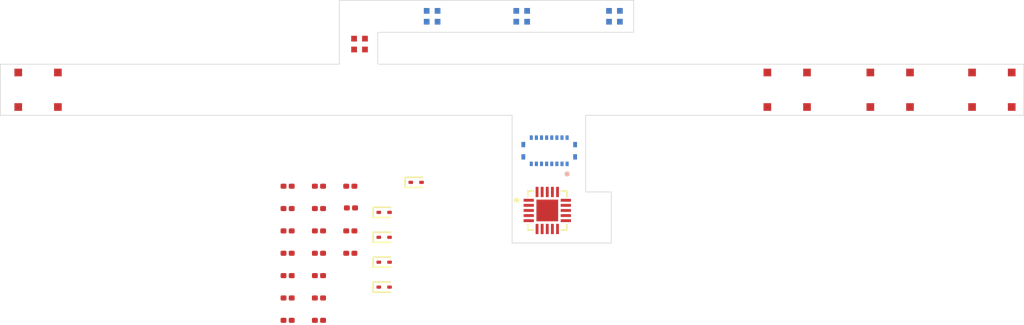
<source format=kicad_pcb>
(kicad_pcb (version 20240108) (generator "pcbnew") (generator_version "8.0")
  (layers (0 "F.Cu" signal) (31 "B.Cu" signal) (34 "B.Paste" user) (35 "F.Paste" user) (36 "B.SilkS" user "B.Silkscreen") (37 "F.SilkS" user "F.Silkscreen") (38 "B.Mask" user) (39 "F.Mask" user) (44 "Edge.Cuts" user))
  (net 0 "")
  (net 1 "GND")
  (net 2 "Net-(D2-A2)")
  (net 3 "Net-(D3-A2)")
  (net 4 "Net-(D4-A2)")
  (net 5 "Net-(D5-A2)")
  (net 6 "+3.3V")
  (net 7 "Net-(U1-IN)")
  (net 8 "Net-(U1-C_FILT)")
  (net 9 "Net-(D1-A2)")
  (net 10 "/LED_B")
  (net 11 "/LED_G")
  (net 12 "/LED_R")
  (net 13 "Net-(J1-Pad3)")
  (net 14 "/SDA")
  (net 15 "/SCL")
  (net 16 "Net-(J1-Pad2)")
  (net 17 "/SDB")
  (net 18 "+5V")
  (net 19 "Net-(J1-Pad4)")
  (net 20 "Net-(J1-Pad5)")
  (net 21 "Net-(J1-Pad1)")
  (net 22 "Net-(U1-R_EXT)")
  (net 23 "Net-(U1-CLK{slash}V_BM)")
  (net 26 "/LED2")
  (net 27 "/LED3")
  (net 28 "/LED1")
  (footprint "Capacitor_SMD:C_0201_0603Metric" (layer "F.Cu") (at 116.455 69.05)
    (property "Reference" "C3" (hide yes))
    (property "Value" "C" (hide yes))
    (pad "1" smd roundrect (at -0.32 0) (size 0.46 0.4) (layers "F.Cu" "F.Mask") (net 4 "Net-(D4-A2)"))
    (pad "2" smd roundrect (at 0.32 0) (size 0.46 0.4) (layers "F.Cu" "F.Mask") (net 1 "GND"))
  )
  (footprint "Capacitor_SMD:C_0201_0603Metric" (layer "F.Cu") (at 116.455 72.55)
    (property "Reference" "C5" (hide yes))
    (property "Value" "C" (hide yes))
    (pad "1" smd roundrect (at -0.32 0) (size 0.46 0.4) (layers "F.Cu" "F.Mask") (net 6 "+3.3V"))
    (pad "2" smd roundrect (at 0.32 0) (size 0.46 0.4) (layers "F.Cu" "F.Mask") (net 1 "GND"))
  )
  (footprint "Resistor_SMD:R_0201_0603Metric" (layer "F.Cu") (at 121.355 70.8)
    (property "Reference" "R8" (hide yes))
    (property "Value" "R" (hide yes))
    (pad "1" smd roundrect (at -0.32 0) (size 0.46 0.4) (layers "F.Cu" "F.Mask") (net 23 "Net-(U1-CLK{slash}V_BM)"))
    (pad "2" smd roundrect (at 0.32 0) (size 0.46 0.4) (layers "F.Cu" "F.Mask") (net 1 "GND"))
  )
  (footprint "Capacitor_SMD:C_0201_0603Metric" (layer "F.Cu") (at 116.455 76.05)
    (property "Reference" "C7" (hide yes))
    (property "Value" "C" (hide yes))
    (pad "1" smd roundrect (at -0.32 0) (size 0.46 0.4) (layers "F.Cu" "F.Mask") (net 1 "GND"))
    (pad "2" smd roundrect (at 0.32 0) (size 0.46 0.4) (layers "F.Cu" "F.Mask") (net 7 "Net-(U1-IN)"))
  )
  (footprint "Resistor_SMD:R_0201_0603Metric" (layer "F.Cu") (at 121.405 67.25)
    (property "Reference" "R6" (hide yes))
    (property "Value" "R" (hide yes))
    (pad "1" smd roundrect (at -0.32 0) (size 0.46 0.4) (layers "F.Cu" "F.Mask") (net 6 "+3.3V"))
    (pad "2" smd roundrect (at 0.32 0) (size 0.46 0.4) (layers "F.Cu" "F.Mask") (net 1 "GND"))
  )
  (footprint "Resistor_SMD:R_0201_0603Metric" (layer "F.Cu") (at 118.905 72.55)
    (property "Reference" "R2" (hide yes))
    (property "Value" "R" (hide yes))
    (pad "1" smd roundrect (at -0.32 0) (size 0.46 0.4) (layers "F.Cu" "F.Mask") (net 16 "Net-(J1-Pad2)"))
    (pad "2" smd roundrect (at 0.32 0) (size 0.46 0.4) (layers "F.Cu" "F.Mask") (net 2 "Net-(D2-A2)"))
  )
  (footprint "footprints:led_SML-LX0404SIUPGUSB" (layer "F.Cu") (at 122.075 54.425)
    (property "Reference" "D10" (hide yes))
    (property "Value" "Indicator LED" (hide yes))
    (pad "1" smd rect (at 0.425 -0.425 90) (size 0.45 0.45) (layers "F.Cu" "F.Paste" "F.Mask") (net 6 "+3.3V"))
    (pad "2" smd rect (at 0.425 0.425 90) (size 0.45 0.45) (layers "F.Cu" "F.Paste" "F.Mask") (net 12 "/LED_R"))
    (pad "3" smd rect (at -0.425 0.425 90) (size 0.45 0.45) (layers "F.Cu" "F.Paste" "F.Mask") (net 11 "/LED_G"))
    (pad "4" smd rect (at -0.425 -0.425 90) (size 0.45 0.45) (layers "F.Cu" "F.Paste" "F.Mask") (net 10 "/LED_B"))
  )
  (footprint "chip:QFN40P300X300X80-21N" (layer "F.Cu") (at 136.75 67.45)
    (property "Reference" "U1" (hide yes))
    (property "Value" "IS31FL3199-QFLS2-TR" (hide yes))
    (fp_line (start -1.53 -1.53) (end -1.1 -1.53) (stroke (width 0.127)) (layer "F.SilkS"))
    (fp_line (start -1.53 -1.1) (end -1.53 -1.53) (stroke (width 0.127)) (layer "F.SilkS"))
    (fp_line (start -1.53 1.1) (end -1.53 1.53) (stroke (width 0.127)) (layer "F.SilkS"))
    (fp_line (start -1.53 1.53) (end -1.1 1.53) (stroke (width 0.127)) (layer "F.SilkS"))
    (fp_line (start 1.1 -1.53) (end 1.53 -1.53) (stroke (width 0.127)) (layer "F.SilkS"))
    (fp_line (start 1.1 1.53) (end 1.53 1.53) (stroke (width 0.127)) (layer "F.SilkS"))
    (fp_line (start 1.53 -1.53) (end 1.53 -1.1) (stroke (width 0.127)) (layer "F.SilkS"))
    (fp_line (start 1.53 1.53) (end 1.53 1.1) (stroke (width 0.127)) (layer "F.SilkS"))
    (fp_circle (center -2.4 -0.8) (end -2.3 -0.8) (stroke (width 0.2)) (fill none) (layer "F.SilkS"))
    (pad "1" smd roundrect (at -1.45 -0.8) (size 0.8 0.22) (layers "F.Cu" "F.Paste" "F.Mask") (roundrect_rratio 0.01) (net 6 "+3.3V"))
    (pad "2" smd roundrect (at -1.45 -0.4) (size 0.8 0.22) (layers "F.Cu" "F.Paste" "F.Mask") (roundrect_rratio 0.01) (net 8 "Net-(U1-C_FILT)"))
    (pad "3" smd roundrect (at -1.45 0) (size 0.8 0.22) (layers "F.Cu" "F.Paste" "F.Mask") (roundrect_rratio 0.01) (net 28 "/LED1"))
    (pad "4" smd roundrect (at -1.45 0.4) (size 0.8 0.22) (layers "F.Cu" "F.Paste" "F.Mask") (roundrect_rratio 0.01) (net 26 "/LED2"))
    (pad "5" smd roundrect (at -1.45 0.8) (size 0.8 0.22) (layers "F.Cu" "F.Paste" "F.Mask") (roundrect_rratio 0.01) (net 27 "/LED3"))
    (pad "6" smd roundrect (at -0.8 1.45 90) (size 0.8 0.22) (layers "F.Cu" "F.Paste" "F.Mask") (roundrect_rratio 0.01) (net 12 "/LED_R"))
    (pad "7" smd roundrect (at -0.4 1.45 90) (size 0.8 0.22) (layers "F.Cu" "F.Paste" "F.Mask") (roundrect_rratio 0.01) (net 1 "GND"))
    (pad "8" smd roundrect (at 0 1.45 90) (size 0.8 0.22) (layers "F.Cu" "F.Paste" "F.Mask") (roundrect_rratio 0.01) (net 10 "/LED_B"))
    (pad "9" smd roundrect (at 0.4 1.45 90) (size 0.8 0.22) (layers "F.Cu" "F.Paste" "F.Mask") (roundrect_rratio 0.01) (net 11 "/LED_G"))
    (pad "10" smd roundrect (at 0.8 1.45 90) (size 0.8 0.22) (layers "F.Cu" "F.Paste" "F.Mask") (roundrect_rratio 0.01))
    (pad "11" smd roundrect (at 1.45 0.8 180) (size 0.8 0.22) (layers "F.Cu" "F.Paste" "F.Mask") (roundrect_rratio 0.01))
    (pad "12" smd roundrect (at 1.45 0.4 180) (size 0.8 0.22) (layers "F.Cu" "F.Paste" "F.Mask") (roundrect_rratio 0.01))
    (pad "13" smd roundrect (at 1.45 0 180) (size 0.8 0.22) (layers "F.Cu" "F.Paste" "F.Mask") (roundrect_rratio 0.01) (net 17 "/SDB"))
    (pad "14" smd roundrect (at 1.45 -0.4 180) (size 0.8 0.22) (layers "F.Cu" "F.Paste" "F.Mask") (roundrect_rratio 0.01))
    (pad "15" smd roundrect (at 1.45 -0.8 180) (size 0.8 0.22) (layers "F.Cu" "F.Paste" "F.Mask") (roundrect_rratio 0.01) (net 22 "Net-(U1-R_EXT)"))
    (pad "16" smd roundrect (at 0.8 -1.45 270) (size 0.8 0.22) (layers "F.Cu" "F.Paste" "F.Mask") (roundrect_rratio 0.01) (net 1 "GND"))
    (pad "17" smd roundrect (at 0.4 -1.45 270) (size 0.8 0.22) (layers "F.Cu" "F.Paste" "F.Mask") (roundrect_rratio 0.01) (net 7 "Net-(U1-IN)"))
    (pad "18" smd roundrect (at 0 -1.45 270) (size 0.8 0.22) (layers "F.Cu" "F.Paste" "F.Mask") (roundrect_rratio 0.01) (net 15 "/SCL"))
    (pad "19" smd roundrect (at -0.4 -1.45 270) (size 0.8 0.22) (layers "F.Cu" "F.Paste" "F.Mask") (roundrect_rratio 0.01) (net 14 "/SDA"))
    (pad "20" smd roundrect (at -0.8 -1.45 270) (size 0.8 0.22) (layers "F.Cu" "F.Paste" "F.Mask") (roundrect_rratio 0.01) (net 23 "Net-(U1-CLK{slash}V_BM)"))
    (pad "21" smd rect (at 0 0 270) (size 1.7 1.7) (layers "F.Cu" "F.Mask") (net 1 "GND"))
  )
  (footprint "button-TL3315NF250Q:SW_TL3315NF250Q" (layer "F.Cu") (at 163.55 58)
    (property "Reference" "SW2" (hide yes))
    (property "Value" "DOWN" (hide yes))
    (pad "1" smd rect (at -1.55 -1.35) (size 0.6 0.6) (layers "F.Cu") (net 9 "Net-(D1-A2)"))
    (pad "2" smd rect (at 1.55 -1.35) (size 0.6 0.6) (layers "F.Cu") (net 4 "Net-(D4-A2)"))
    (pad "3" smd rect (at -1.55 1.35) (size 0.6 0.6) (layers "F.Cu"))
    (pad "4" smd rect (at 1.55 1.35) (size 0.6 0.6) (layers "F.Cu"))
  )
  (footprint "Capacitor_SMD:C_0201_0603Metric" (layer "F.Cu") (at 116.455 67.3)
    (property "Reference" "C2" (hide yes))
    (property "Value" "C" (hide yes))
    (pad "1" smd roundrect (at -0.32 0) (size 0.46 0.4) (layers "F.Cu" "F.Mask") (net 3 "Net-(D3-A2)"))
    (pad "2" smd roundrect (at 0.32 0) (size 0.46 0.4) (layers "F.Cu" "F.Mask") (net 1 "GND"))
  )
  (footprint "Resistor_SMD:R_0201_0603Metric" (layer "F.Cu") (at 118.905 70.8)
    (property "Reference" "R1" (hide yes))
    (property "Value" "R" (hide yes))
    (pad "1" smd roundrect (at -0.32 0) (size 0.46 0.4) (layers "F.Cu" "F.Mask") (net 9 "Net-(D1-A2)"))
    (pad "2" smd roundrect (at 0.32 0) (size 0.46 0.4) (layers "F.Cu" "F.Mask") (net 20 "Net-(J1-Pad5)"))
  )
  (footprint "button-TL3315NF250Q:SW_TL3315NF250Q" (layer "F.Cu") (at 155.5 58)
    (property "Reference" "SW3" (hide yes))
    (property "Value" "UP" (hide yes))
    (pad "1" smd rect (at -1.55 -1.35) (size 0.6 0.6) (layers "F.Cu") (net 9 "Net-(D1-A2)"))
    (pad "2" smd rect (at 1.55 -1.35) (size 0.6 0.6) (layers "F.Cu") (net 2 "Net-(D2-A2)"))
    (pad "3" smd rect (at -1.55 1.35) (size 0.6 0.6) (layers "F.Cu"))
    (pad "4" smd rect (at 1.55 1.35) (size 0.6 0.6) (layers "F.Cu"))
  )
  (footprint "Diode_SMD:D_SOD-923" (layer "F.Cu") (at 126.5 65.25)
    (property "Reference" "D1" (hide yes))
    (property "Value" "ESD9B3.3ST5G" (hide yes))
    (fp_line (start -0.86 -0.4) (end -0.86 0.4) (stroke (width 0.12)) (layer "F.SilkS"))
    (fp_line (start 0.5 -0.4) (end -0.86 -0.4) (stroke (width 0.12)) (layer "F.SilkS"))
    (fp_line (start 0.5 0.4) (end -0.86 0.4) (stroke (width 0.12)) (layer "F.SilkS"))
    (pad "1" smd roundrect (at -0.42 0 180) (size 0.36 0.25) (layers "F.Cu" "F.Paste" "F.Mask") (net 1 "GND"))
    (pad "2" smd roundrect (at 0.42 0 180) (size 0.36 0.25) (layers "F.Cu" "F.Paste" "F.Mask") (net 9 "Net-(D1-A2)"))
  )
  (footprint "Diode_SMD:D_SOD-923" (layer "F.Cu") (at 124 73.45)
    (property "Reference" "D5" (hide yes))
    (property "Value" "ESD9B3.3ST5G" (hide yes))
    (fp_line (start -0.86 -0.4) (end -0.86 0.4) (stroke (width 0.12)) (layer "F.SilkS"))
    (fp_line (start 0.5 -0.4) (end -0.86 -0.4) (stroke (width 0.12)) (layer "F.SilkS"))
    (fp_line (start 0.5 0.4) (end -0.86 0.4) (stroke (width 0.12)) (layer "F.SilkS"))
    (pad "1" smd roundrect (at -0.42 0 180) (size 0.36 0.25) (layers "F.Cu" "F.Paste" "F.Mask") (net 1 "GND"))
    (pad "2" smd roundrect (at 0.42 0 180) (size 0.36 0.25) (layers "F.Cu" "F.Paste" "F.Mask") (net 5 "Net-(D5-A2)"))
  )
  (footprint "Diode_SMD:D_SOD-923" (layer "F.Cu") (at 124 71.5)
    (property "Reference" "D4" (hide yes))
    (property "Value" "ESD9B3.3ST5G" (hide yes))
    (fp_line (start -0.86 -0.4) (end -0.86 0.4) (stroke (width 0.12)) (layer "F.SilkS"))
    (fp_line (start 0.5 -0.4) (end -0.86 -0.4) (stroke (width 0.12)) (layer "F.SilkS"))
    (fp_line (start 0.5 0.4) (end -0.86 0.4) (stroke (width 0.12)) (layer "F.SilkS"))
    (pad "1" smd roundrect (at -0.42 0 180) (size 0.36 0.25) (layers "F.Cu" "F.Paste" "F.Mask") (net 1 "GND"))
    (pad "2" smd roundrect (at 0.42 0 180) (size 0.36 0.25) (layers "F.Cu" "F.Paste" "F.Mask") (net 4 "Net-(D4-A2)"))
  )
  (footprint "Capacitor_SMD:C_0201_0603Metric" (layer "F.Cu") (at 116.455 65.55)
    (property "Reference" "C1" (hide yes))
    (property "Value" "C" (hide yes))
    (pad "1" smd roundrect (at -0.32 0) (size 0.46 0.4) (layers "F.Cu" "F.Mask") (net 2 "Net-(D2-A2)"))
    (pad "2" smd roundrect (at 0.32 0) (size 0.46 0.4) (layers "F.Cu" "F.Mask") (net 1 "GND"))
  )
  (footprint "Capacitor_SMD:C_0201_0603Metric" (layer "F.Cu") (at 116.455 70.8)
    (property "Reference" "C4" (hide yes))
    (property "Value" "C" (hide yes))
    (pad "1" smd roundrect (at -0.32 0) (size 0.46 0.4) (layers "F.Cu" "F.Mask") (net 5 "Net-(D5-A2)"))
    (pad "2" smd roundrect (at 0.32 0) (size 0.46 0.4) (layers "F.Cu" "F.Mask") (net 1 "GND"))
  )
  (footprint "button-TL3315NF250Q:SW_TL3315NF250Q" (layer "F.Cu") (at 171.5 58)
    (property "Reference" "SW1" (hide yes))
    (property "Value" "Select" (hide yes))
    (pad "1" smd rect (at -1.55 -1.35) (size 0.6 0.6) (layers "F.Cu") (net 9 "Net-(D1-A2)"))
    (pad "2" smd rect (at 1.55 -1.35) (size 0.6 0.6) (layers "F.Cu") (net 3 "Net-(D3-A2)"))
    (pad "3" smd rect (at -1.55 1.35) (size 0.6 0.6) (layers "F.Cu"))
    (pad "4" smd rect (at 1.55 1.35) (size 0.6 0.6) (layers "F.Cu"))
  )
  (footprint "Capacitor_SMD:C_0201_0603Metric" (layer "F.Cu") (at 116.455 74.3)
    (property "Reference" "C6" (hide yes))
    (property "Value" "C" (hide yes))
    (pad "1" smd roundrect (at -0.32 0) (size 0.46 0.4) (layers "F.Cu" "F.Mask") (net 1 "GND"))
    (pad "2" smd roundrect (at 0.32 0) (size 0.46 0.4) (layers "F.Cu" "F.Mask") (net 6 "+3.3V"))
  )
  (footprint "Resistor_SMD:R_0201_0603Metric" (layer "F.Cu") (at 118.905 76.05)
    (property "Reference" "R4" (hide yes))
    (property "Value" "R" (hide yes))
    (pad "1" smd roundrect (at -0.32 0) (size 0.46 0.4) (layers "F.Cu" "F.Mask") (net 13 "Net-(J1-Pad3)"))
    (pad "2" smd roundrect (at 0.32 0) (size 0.46 0.4) (layers "F.Cu" "F.Mask") (net 4 "Net-(D4-A2)"))
  )
  (footprint "Resistor_SMD:R_0201_0603Metric" (layer "F.Cu") (at 121.355 69.05)
    (property "Reference" "R7" (hide yes))
    (property "Value" "R" (hide yes))
    (pad "1" smd roundrect (at -0.32 0) (size 0.46 0.4) (layers "F.Cu" "F.Mask") (net 1 "GND"))
    (pad "2" smd roundrect (at 0.32 0) (size 0.46 0.4) (layers "F.Cu" "F.Mask") (net 22 "Net-(U1-R_EXT)"))
  )
  (footprint "Capacitor_SMD:C_0201_0603Metric" (layer "F.Cu") (at 118.905 69.05)
    (property "Reference" "C11" (hide yes))
    (property "Value" "C" (hide yes))
    (pad "1" smd roundrect (at -0.32 0) (size 0.46 0.4) (layers "F.Cu" "F.Mask") (net 6 "+3.3V"))
    (pad "2" smd roundrect (at 0.32 0) (size 0.46 0.4) (layers "F.Cu" "F.Mask") (net 1 "GND"))
  )
  (footprint "Resistor_SMD:R_0201_0603Metric" (layer "F.Cu") (at 118.905 74.3)
    (property "Reference" "R3" (hide yes))
    (property "Value" "R" (hide yes))
    (pad "1" smd roundrect (at -0.32 0) (size 0.46 0.4) (layers "F.Cu" "F.Mask") (net 21 "Net-(J1-Pad1)"))
    (pad "2" smd roundrect (at 0.32 0) (size 0.46 0.4) (layers "F.Cu" "F.Mask") (net 3 "Net-(D3-A2)"))
  )
  (footprint "Diode_SMD:D_SOD-923" (layer "F.Cu") (at 124 69.55)
    (property "Reference" "D3" (hide yes))
    (property "Value" "ESD9B3.3ST5G" (hide yes))
    (fp_line (start -0.86 -0.4) (end -0.86 0.4) (stroke (width 0.12)) (layer "F.SilkS"))
    (fp_line (start 0.5 -0.4) (end -0.86 -0.4) (stroke (width 0.12)) (layer "F.SilkS"))
    (fp_line (start 0.5 0.4) (end -0.86 0.4) (stroke (width 0.12)) (layer "F.SilkS"))
    (pad "1" smd roundrect (at -0.42 0 180) (size 0.36 0.25) (layers "F.Cu" "F.Paste" "F.Mask") (net 1 "GND"))
    (pad "2" smd roundrect (at 0.42 0 180) (size 0.36 0.25) (layers "F.Cu" "F.Paste" "F.Mask") (net 3 "Net-(D3-A2)"))
  )
  (footprint "Capacitor_SMD:C_0201_0603Metric" (layer "F.Cu") (at 118.905 67.3)
    (property "Reference" "C10" (hide yes))
    (property "Value" "C" (hide yes))
    (pad "1" smd roundrect (at -0.32 0) (size 0.46 0.4) (layers "F.Cu" "F.Mask") (net 6 "+3.3V"))
    (pad "2" smd roundrect (at 0.32 0) (size 0.46 0.4) (layers "F.Cu" "F.Mask") (net 1 "GND"))
  )
  (footprint "Diode_SMD:D_SOD-923" (layer "F.Cu") (at 124 67.6)
    (property "Reference" "D2" (hide yes))
    (property "Value" "ESD9B3.3ST5G" (hide yes))
    (fp_line (start -0.86 -0.4) (end -0.86 0.4) (stroke (width 0.12)) (layer "F.SilkS"))
    (fp_line (start 0.5 -0.4) (end -0.86 -0.4) (stroke (width 0.12)) (layer "F.SilkS"))
    (fp_line (start 0.5 0.4) (end -0.86 0.4) (stroke (width 0.12)) (layer "F.SilkS"))
    (pad "1" smd roundrect (at -0.42 0 180) (size 0.36 0.25) (layers "F.Cu" "F.Paste" "F.Mask") (net 1 "GND"))
    (pad "2" smd roundrect (at 0.42 0 180) (size 0.36 0.25) (layers "F.Cu" "F.Paste" "F.Mask") (net 2 "Net-(D2-A2)"))
  )
  (footprint "button-TL3315NF250Q:SW_TL3315NF250Q" (layer "F.Cu") (at 96.95 58)
    (property "Reference" "SW4" (hide yes))
    (property "Value" "BACK" (hide yes))
    (pad "1" smd rect (at -1.55 -1.35) (size 0.6 0.6) (layers "F.Cu") (net 9 "Net-(D1-A2)"))
    (pad "2" smd rect (at 1.55 -1.35) (size 0.6 0.6) (layers "F.Cu") (net 5 "Net-(D5-A2)"))
    (pad "3" smd rect (at -1.55 1.35) (size 0.6 0.6) (layers "F.Cu"))
    (pad "4" smd rect (at 1.55 1.35) (size 0.6 0.6) (layers "F.Cu"))
  )
  (footprint "Capacitor_SMD:C_0201_0603Metric" (layer "F.Cu") (at 118.905 65.55)
    (property "Reference" "C9" (hide yes))
    (property "Value" "C" (hide yes))
    (pad "1" smd roundrect (at -0.32 0) (size 0.46 0.4) (layers "F.Cu" "F.Mask") (net 8 "Net-(U1-C_FILT)"))
    (pad "2" smd roundrect (at 0.32 0) (size 0.46 0.4) (layers "F.Cu" "F.Mask") (net 1 "GND"))
  )
  (footprint "Resistor_SMD:R_0201_0603Metric" (layer "F.Cu") (at 121.355 65.55)
    (property "Reference" "R5" (hide yes))
    (property "Value" "R" (hide yes))
    (pad "1" smd roundrect (at -0.32 0) (size 0.46 0.4) (layers "F.Cu" "F.Mask") (net 19 "Net-(J1-Pad4)"))
    (pad "2" smd roundrect (at 0.32 0) (size 0.46 0.4) (layers "F.Cu" "F.Mask") (net 5 "Net-(D5-A2)"))
  )
  (footprint "molex:MOLEX_505551-1620" (layer "B.Cu") (at 136.9 62.775 180)
    (property "Reference" "J1" (hide yes))
    (property "Value" "505551-1620" (hide yes))
    (fp_circle (center -1.4 -1.819) (end -1.3 -1.819) (stroke (width 0.2)) (fill none) (layer "B.SilkS"))
    (pad "1" smd rect (at -1.4 -1.025 180) (size 0.24 0.35) (layers "B.Cu" "B.Paste") (net 21 "Net-(J1-Pad1)"))
    (pad "2" smd rect (at -1.4 1.025 180) (size 0.24 0.35) (layers "B.Cu" "B.Paste") (net 16 "Net-(J1-Pad2)"))
    (pad "3" smd rect (at -1 -1.025 180) (size 0.24 0.35) (layers "B.Cu" "B.Paste") (net 13 "Net-(J1-Pad3)"))
    (pad "4" smd rect (at -1 1.025 180) (size 0.24 0.35) (layers "B.Cu" "B.Paste") (net 19 "Net-(J1-Pad4)"))
    (pad "5" smd rect (at -0.6 -1.025 180) (size 0.24 0.35) (layers "B.Cu" "B.Paste") (net 20 "Net-(J1-Pad5)"))
    (pad "6" smd rect (at -0.6 1.025 180) (size 0.24 0.35) (layers "B.Cu" "B.Paste") (net 15 "/SCL"))
    (pad "7" smd rect (at -0.2 -1.025 180) (size 0.24 0.35) (layers "B.Cu" "B.Paste") (net 17 "/SDB"))
    (pad "8" smd rect (at -0.2 1.025 180) (size 0.24 0.35) (layers "B.Cu" "B.Paste") (net 14 "/SDA"))
    (pad "9" smd rect (at 0.2 -1.025 180) (size 0.24 0.35) (layers "B.Cu" "B.Paste") (net 6 "+3.3V"))
    (pad "10" smd rect (at 0.2 1.025 180) (size 0.24 0.35) (layers "B.Cu" "B.Paste") (net 1 "GND"))
    (pad "11" smd rect (at 0.6 -1.025 180) (size 0.24 0.35) (layers "B.Cu" "B.Paste") (net 6 "+3.3V"))
    (pad "12" smd rect (at 0.6 1.025 180) (size 0.24 0.35) (layers "B.Cu" "B.Paste") (net 1 "GND"))
    (pad "13" smd rect (at 1 -1.025 180) (size 0.24 0.35) (layers "B.Cu" "B.Paste") (net 18 "+5V"))
    (pad "14" smd rect (at 1 1.025 180) (size 0.24 0.35) (layers "B.Cu" "B.Paste") (net 1 "GND"))
    (pad "15" smd rect (at 1.4 -1.025 180) (size 0.24 0.35) (layers "B.Cu" "B.Paste") (net 18 "+5V"))
    (pad "16" smd rect (at 1.4 1.025 180) (size 0.24 0.35) (layers "B.Cu" "B.Paste") (net 1 "GND"))
    (pad "S1" smd rect (at -2.025 -0.48 180) (size 0.3 0.42) (layers "B.Cu" "B.Paste" "B.Mask") (net 1 "GND"))
    (pad "S2" smd rect (at 2.025 -0.48 180) (size 0.3 0.42) (layers "B.Cu" "B.Paste" "B.Mask") (net 1 "GND"))
    (pad "S3" smd rect (at -2.025 0.48 180) (size 0.3 0.42) (layers "B.Cu" "B.Paste" "B.Mask") (net 1 "GND"))
    (pad "S4" smd rect (at 2.025 0.48 180) (size 0.3 0.42) (layers "B.Cu" "B.Paste" "B.Mask") (net 1 "GND"))
  )
  (footprint "footprints:led_SML-LX0404SIUPGUSB" (layer "B.Cu") (at 142 52.25 180)
    (property "Reference" "D8" (hide yes))
    (property "Value" "LED" (hide yes))
    (pad "1" smd rect (at 0.425 0.425 90) (size 0.45 0.45) (layers "B.Cu" "B.Paste" "B.Mask") (net 28 "/LED1"))
    (pad "2" smd rect (at 0.425 -0.425 90) (size 0.45 0.45) (layers "B.Cu" "B.Paste" "B.Mask") (net 6 "+3.3V"))
    (pad "3" smd rect (at -0.425 -0.425 90) (size 0.45 0.45) (layers "B.Cu" "B.Paste" "B.Mask"))
    (pad "4" smd rect (at -0.425 0.425 90) (size 0.45 0.45) (layers "B.Cu" "B.Paste" "B.Mask"))
  )
  (footprint "footprints:led_SML-LX0404SIUPGUSB" (layer "B.Cu") (at 127.75 52.25 180)
    (property "Reference" "D6" (hide yes))
    (property "Value" "LED" (hide yes))
    (pad "1" smd rect (at 0.425 0.425 90) (size 0.45 0.45) (layers "B.Cu" "B.Paste" "B.Mask") (net 27 "/LED3"))
    (pad "2" smd rect (at 0.425 -0.425 90) (size 0.45 0.45) (layers "B.Cu" "B.Paste" "B.Mask") (net 6 "+3.3V"))
    (pad "3" smd rect (at -0.425 -0.425 90) (size 0.45 0.45) (layers "B.Cu" "B.Paste" "B.Mask"))
    (pad "4" smd rect (at -0.425 0.425 90) (size 0.45 0.45) (layers "B.Cu" "B.Paste" "B.Mask"))
  )
  (footprint "footprints:led_SML-LX0404SIUPGUSB" (layer "B.Cu") (at 134.75 52.25 180)
    (property "Reference" "D7" (hide yes))
    (property "Value" "LED" (hide yes))
    (pad "1" smd rect (at 0.425 0.425 90) (size 0.45 0.45) (layers "B.Cu" "B.Paste" "B.Mask") (net 26 "/LED2"))
    (pad "2" smd rect (at 0.425 -0.425 90) (size 0.45 0.45) (layers "B.Cu" "B.Paste" "B.Mask") (net 6 "+3.3V"))
    (pad "3" smd rect (at -0.425 -0.425 90) (size 0.45 0.45) (layers "B.Cu" "B.Paste" "B.Mask"))
    (pad "4" smd rect (at -0.425 0.425 90) (size 0.45 0.45) (layers "B.Cu" "B.Paste" "B.Mask"))
  )
  (gr_line (start 134 60) (end 134 70) (stroke (width 0.05)) (layer "Edge.Cuts"))
  (gr_line (start 94 56) (end 120.5 56) (stroke (width 0.05)) (layer "Edge.Cuts"))
  (gr_line (start 143.5 51) (end 143.5 53.5) (stroke (width 0.05)) (layer "Edge.Cuts"))
  (gr_line (start 120.5 56) (end 120.5 51) (stroke (width 0.05)) (layer "Edge.Cuts"))
  (gr_line (start 120.5 51) (end 143.5 51) (stroke (width 0.05)) (layer "Edge.Cuts"))
  (gr_line (start 123.5 56) (end 174 56) (stroke (width 0.05)) (layer "Edge.Cuts"))
  (gr_line (start 94 56) (end 94 60) (stroke (width 0.05)) (layer "Edge.Cuts"))
  (gr_line (start 139.75 66) (end 139.75 60) (stroke (width 0.05)) (layer "Edge.Cuts"))
  (gr_line (start 174 56) (end 174 60) (stroke (width 0.05)) (layer "Edge.Cuts"))
  (gr_line (start 174 60) (end 139.75 60) (stroke (width 0.05)) (layer "Edge.Cuts"))
  (gr_line (start 141.75 66) (end 139.75 66) (stroke (width 0.05)) (layer "Edge.Cuts"))
  (gr_line (start 134 70) (end 141.75 70) (stroke (width 0.05)) (layer "Edge.Cuts"))
  (gr_line (start 141.75 70) (end 141.75 66) (stroke (width 0.05)) (layer "Edge.Cuts"))
  (gr_line (start 94 60) (end 134 60) (stroke (width 0.05)) (layer "Edge.Cuts"))
  (gr_line (start 123.5 53.5) (end 123.5 56) (stroke (width 0.05)) (layer "Edge.Cuts"))
  (gr_line (start 143.5 53.5) (end 123.5 53.5) (stroke (width 0.05)) (layer "Edge.Cuts"))
)
</source>
